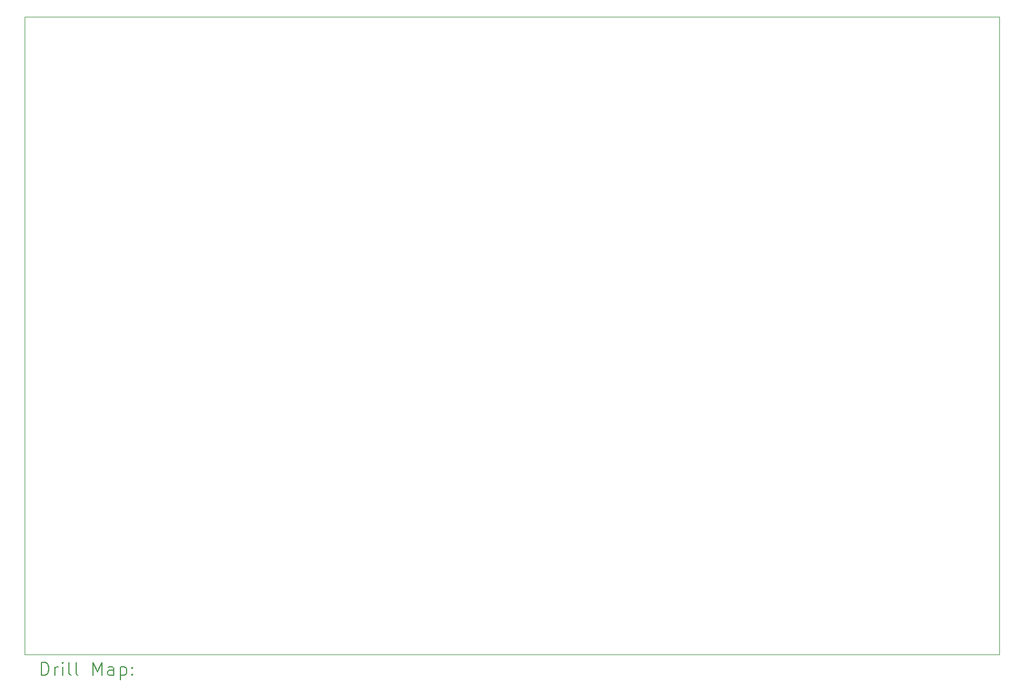
<source format=gbr>
%FSLAX45Y45*%
G04 Gerber Fmt 4.5, Leading zero omitted, Abs format (unit mm)*
G04 Created by KiCad (PCBNEW 6.0.2+dfsg-1) date 2023-02-25 17:51:28*
%MOMM*%
%LPD*%
G01*
G04 APERTURE LIST*
%TA.AperFunction,Profile*%
%ADD10C,0.100000*%
%TD*%
%ADD11C,0.200000*%
G04 APERTURE END LIST*
D10*
X8788400Y-4089400D02*
X8534400Y-4089400D01*
X23266400Y-4089400D02*
X9296400Y-4089400D01*
X8534400Y-4089400D02*
X8534400Y-13741400D01*
X23266400Y-13741400D02*
X23266400Y-4089400D01*
X9296400Y-4089400D02*
X8788400Y-4089400D01*
X8534400Y-13741400D02*
X23266400Y-13741400D01*
D11*
X8787019Y-14056876D02*
X8787019Y-13856876D01*
X8834638Y-13856876D01*
X8863210Y-13866400D01*
X8882257Y-13885448D01*
X8891781Y-13904495D01*
X8901305Y-13942590D01*
X8901305Y-13971162D01*
X8891781Y-14009257D01*
X8882257Y-14028305D01*
X8863210Y-14047352D01*
X8834638Y-14056876D01*
X8787019Y-14056876D01*
X8987019Y-14056876D02*
X8987019Y-13923543D01*
X8987019Y-13961638D02*
X8996543Y-13942590D01*
X9006067Y-13933067D01*
X9025114Y-13923543D01*
X9044162Y-13923543D01*
X9110829Y-14056876D02*
X9110829Y-13923543D01*
X9110829Y-13856876D02*
X9101305Y-13866400D01*
X9110829Y-13875924D01*
X9120352Y-13866400D01*
X9110829Y-13856876D01*
X9110829Y-13875924D01*
X9234638Y-14056876D02*
X9215590Y-14047352D01*
X9206067Y-14028305D01*
X9206067Y-13856876D01*
X9339400Y-14056876D02*
X9320352Y-14047352D01*
X9310829Y-14028305D01*
X9310829Y-13856876D01*
X9567971Y-14056876D02*
X9567971Y-13856876D01*
X9634638Y-13999733D01*
X9701305Y-13856876D01*
X9701305Y-14056876D01*
X9882257Y-14056876D02*
X9882257Y-13952114D01*
X9872733Y-13933067D01*
X9853686Y-13923543D01*
X9815590Y-13923543D01*
X9796543Y-13933067D01*
X9882257Y-14047352D02*
X9863210Y-14056876D01*
X9815590Y-14056876D01*
X9796543Y-14047352D01*
X9787019Y-14028305D01*
X9787019Y-14009257D01*
X9796543Y-13990209D01*
X9815590Y-13980686D01*
X9863210Y-13980686D01*
X9882257Y-13971162D01*
X9977495Y-13923543D02*
X9977495Y-14123543D01*
X9977495Y-13933067D02*
X9996543Y-13923543D01*
X10034638Y-13923543D01*
X10053686Y-13933067D01*
X10063210Y-13942590D01*
X10072733Y-13961638D01*
X10072733Y-14018781D01*
X10063210Y-14037828D01*
X10053686Y-14047352D01*
X10034638Y-14056876D01*
X9996543Y-14056876D01*
X9977495Y-14047352D01*
X10158448Y-14037828D02*
X10167971Y-14047352D01*
X10158448Y-14056876D01*
X10148924Y-14047352D01*
X10158448Y-14037828D01*
X10158448Y-14056876D01*
X10158448Y-13933067D02*
X10167971Y-13942590D01*
X10158448Y-13952114D01*
X10148924Y-13942590D01*
X10158448Y-13933067D01*
X10158448Y-13952114D01*
M02*

</source>
